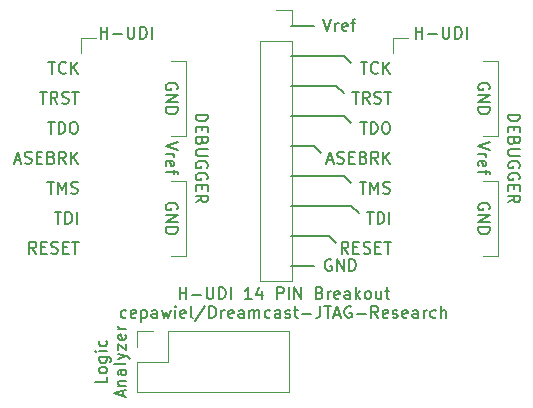
<source format=gto>
%TF.GenerationSoftware,KiCad,Pcbnew,(6.0.8)*%
%TF.CreationDate,2022-10-22T10:51:26-05:00*%
%TF.ProjectId,jtag_sniff_pcb,6a746167-5f73-46e6-9966-665f7063622e,rev?*%
%TF.SameCoordinates,Original*%
%TF.FileFunction,Legend,Top*%
%TF.FilePolarity,Positive*%
%FSLAX46Y46*%
G04 Gerber Fmt 4.6, Leading zero omitted, Abs format (unit mm)*
G04 Created by KiCad (PCBNEW (6.0.8)) date 2022-10-22 10:51:26*
%MOMM*%
%LPD*%
G01*
G04 APERTURE LIST*
%ADD10C,0.150000*%
%ADD11C,0.120000*%
%ADD12R,1.700000X1.700000*%
%ADD13O,1.700000X1.700000*%
%ADD14C,3.000000*%
G04 APERTURE END LIST*
D10*
X119027380Y-99559904D02*
X119027380Y-100036095D01*
X118027380Y-100036095D01*
X119027380Y-99083714D02*
X118979761Y-99178952D01*
X118932142Y-99226571D01*
X118836904Y-99274190D01*
X118551190Y-99274190D01*
X118455952Y-99226571D01*
X118408333Y-99178952D01*
X118360714Y-99083714D01*
X118360714Y-98940857D01*
X118408333Y-98845619D01*
X118455952Y-98798000D01*
X118551190Y-98750380D01*
X118836904Y-98750380D01*
X118932142Y-98798000D01*
X118979761Y-98845619D01*
X119027380Y-98940857D01*
X119027380Y-99083714D01*
X118360714Y-97893238D02*
X119170238Y-97893238D01*
X119265476Y-97940857D01*
X119313095Y-97988476D01*
X119360714Y-98083714D01*
X119360714Y-98226571D01*
X119313095Y-98321809D01*
X118979761Y-97893238D02*
X119027380Y-97988476D01*
X119027380Y-98178952D01*
X118979761Y-98274190D01*
X118932142Y-98321809D01*
X118836904Y-98369428D01*
X118551190Y-98369428D01*
X118455952Y-98321809D01*
X118408333Y-98274190D01*
X118360714Y-98178952D01*
X118360714Y-97988476D01*
X118408333Y-97893238D01*
X119027380Y-97417047D02*
X118360714Y-97417047D01*
X118027380Y-97417047D02*
X118075000Y-97464666D01*
X118122619Y-97417047D01*
X118075000Y-97369428D01*
X118027380Y-97417047D01*
X118122619Y-97417047D01*
X118979761Y-96512285D02*
X119027380Y-96607523D01*
X119027380Y-96798000D01*
X118979761Y-96893238D01*
X118932142Y-96940857D01*
X118836904Y-96988476D01*
X118551190Y-96988476D01*
X118455952Y-96940857D01*
X118408333Y-96893238D01*
X118360714Y-96798000D01*
X118360714Y-96607523D01*
X118408333Y-96512285D01*
X120351666Y-101226571D02*
X120351666Y-100750380D01*
X120637380Y-101321809D02*
X119637380Y-100988476D01*
X120637380Y-100655142D01*
X119970714Y-100321809D02*
X120637380Y-100321809D01*
X120065952Y-100321809D02*
X120018333Y-100274190D01*
X119970714Y-100178952D01*
X119970714Y-100036095D01*
X120018333Y-99940857D01*
X120113571Y-99893238D01*
X120637380Y-99893238D01*
X120637380Y-98988476D02*
X120113571Y-98988476D01*
X120018333Y-99036095D01*
X119970714Y-99131333D01*
X119970714Y-99321809D01*
X120018333Y-99417047D01*
X120589761Y-98988476D02*
X120637380Y-99083714D01*
X120637380Y-99321809D01*
X120589761Y-99417047D01*
X120494523Y-99464666D01*
X120399285Y-99464666D01*
X120304047Y-99417047D01*
X120256428Y-99321809D01*
X120256428Y-99083714D01*
X120208809Y-98988476D01*
X120637380Y-98369428D02*
X120589761Y-98464666D01*
X120494523Y-98512285D01*
X119637380Y-98512285D01*
X119970714Y-98083714D02*
X120637380Y-97845619D01*
X119970714Y-97607523D02*
X120637380Y-97845619D01*
X120875476Y-97940857D01*
X120923095Y-97988476D01*
X120970714Y-98083714D01*
X119970714Y-97321809D02*
X119970714Y-96798000D01*
X120637380Y-97321809D01*
X120637380Y-96798000D01*
X120589761Y-96036095D02*
X120637380Y-96131333D01*
X120637380Y-96321809D01*
X120589761Y-96417047D01*
X120494523Y-96464666D01*
X120113571Y-96464666D01*
X120018333Y-96417047D01*
X119970714Y-96321809D01*
X119970714Y-96131333D01*
X120018333Y-96036095D01*
X120113571Y-95988476D01*
X120208809Y-95988476D01*
X120304047Y-96464666D01*
X120637380Y-95559904D02*
X119970714Y-95559904D01*
X120161190Y-95559904D02*
X120065952Y-95512285D01*
X120018333Y-95464666D01*
X119970714Y-95369428D01*
X119970714Y-95274190D01*
X145153333Y-70937380D02*
X145153333Y-69937380D01*
X145153333Y-70413571D02*
X145724761Y-70413571D01*
X145724761Y-70937380D02*
X145724761Y-69937380D01*
X146200952Y-70556428D02*
X146962857Y-70556428D01*
X147439047Y-69937380D02*
X147439047Y-70746904D01*
X147486666Y-70842142D01*
X147534285Y-70889761D01*
X147629523Y-70937380D01*
X147820000Y-70937380D01*
X147915238Y-70889761D01*
X147962857Y-70842142D01*
X148010476Y-70746904D01*
X148010476Y-69937380D01*
X148486666Y-70937380D02*
X148486666Y-69937380D01*
X148724761Y-69937380D01*
X148867619Y-69985000D01*
X148962857Y-70080238D01*
X149010476Y-70175476D01*
X149058095Y-70365952D01*
X149058095Y-70508809D01*
X149010476Y-70699285D01*
X148962857Y-70794523D01*
X148867619Y-70889761D01*
X148724761Y-70937380D01*
X148486666Y-70937380D01*
X149486666Y-70937380D02*
X149486666Y-69937380D01*
X118483333Y-70937380D02*
X118483333Y-69937380D01*
X118483333Y-70413571D02*
X119054761Y-70413571D01*
X119054761Y-70937380D02*
X119054761Y-69937380D01*
X119530952Y-70556428D02*
X120292857Y-70556428D01*
X120769047Y-69937380D02*
X120769047Y-70746904D01*
X120816666Y-70842142D01*
X120864285Y-70889761D01*
X120959523Y-70937380D01*
X121150000Y-70937380D01*
X121245238Y-70889761D01*
X121292857Y-70842142D01*
X121340476Y-70746904D01*
X121340476Y-69937380D01*
X121816666Y-70937380D02*
X121816666Y-69937380D01*
X122054761Y-69937380D01*
X122197619Y-69985000D01*
X122292857Y-70080238D01*
X122340476Y-70175476D01*
X122388095Y-70365952D01*
X122388095Y-70508809D01*
X122340476Y-70699285D01*
X122292857Y-70794523D01*
X122197619Y-70889761D01*
X122054761Y-70937380D01*
X121816666Y-70937380D01*
X122816666Y-70937380D02*
X122816666Y-69937380D01*
X125175476Y-92992380D02*
X125175476Y-91992380D01*
X125175476Y-92468571D02*
X125746904Y-92468571D01*
X125746904Y-92992380D02*
X125746904Y-91992380D01*
X126223095Y-92611428D02*
X126985000Y-92611428D01*
X127461190Y-91992380D02*
X127461190Y-92801904D01*
X127508809Y-92897142D01*
X127556428Y-92944761D01*
X127651666Y-92992380D01*
X127842142Y-92992380D01*
X127937380Y-92944761D01*
X127985000Y-92897142D01*
X128032619Y-92801904D01*
X128032619Y-91992380D01*
X128508809Y-92992380D02*
X128508809Y-91992380D01*
X128746904Y-91992380D01*
X128889761Y-92040000D01*
X128985000Y-92135238D01*
X129032619Y-92230476D01*
X129080238Y-92420952D01*
X129080238Y-92563809D01*
X129032619Y-92754285D01*
X128985000Y-92849523D01*
X128889761Y-92944761D01*
X128746904Y-92992380D01*
X128508809Y-92992380D01*
X129508809Y-92992380D02*
X129508809Y-91992380D01*
X131270714Y-92992380D02*
X130699285Y-92992380D01*
X130985000Y-92992380D02*
X130985000Y-91992380D01*
X130889761Y-92135238D01*
X130794523Y-92230476D01*
X130699285Y-92278095D01*
X132127857Y-92325714D02*
X132127857Y-92992380D01*
X131889761Y-91944761D02*
X131651666Y-92659047D01*
X132270714Y-92659047D01*
X133413571Y-92992380D02*
X133413571Y-91992380D01*
X133794523Y-91992380D01*
X133889761Y-92040000D01*
X133937380Y-92087619D01*
X133985000Y-92182857D01*
X133985000Y-92325714D01*
X133937380Y-92420952D01*
X133889761Y-92468571D01*
X133794523Y-92516190D01*
X133413571Y-92516190D01*
X134413571Y-92992380D02*
X134413571Y-91992380D01*
X134889761Y-92992380D02*
X134889761Y-91992380D01*
X135461190Y-92992380D01*
X135461190Y-91992380D01*
X137032619Y-92468571D02*
X137175476Y-92516190D01*
X137223095Y-92563809D01*
X137270714Y-92659047D01*
X137270714Y-92801904D01*
X137223095Y-92897142D01*
X137175476Y-92944761D01*
X137080238Y-92992380D01*
X136699285Y-92992380D01*
X136699285Y-91992380D01*
X137032619Y-91992380D01*
X137127857Y-92040000D01*
X137175476Y-92087619D01*
X137223095Y-92182857D01*
X137223095Y-92278095D01*
X137175476Y-92373333D01*
X137127857Y-92420952D01*
X137032619Y-92468571D01*
X136699285Y-92468571D01*
X137699285Y-92992380D02*
X137699285Y-92325714D01*
X137699285Y-92516190D02*
X137746904Y-92420952D01*
X137794523Y-92373333D01*
X137889761Y-92325714D01*
X137985000Y-92325714D01*
X138699285Y-92944761D02*
X138604047Y-92992380D01*
X138413571Y-92992380D01*
X138318333Y-92944761D01*
X138270714Y-92849523D01*
X138270714Y-92468571D01*
X138318333Y-92373333D01*
X138413571Y-92325714D01*
X138604047Y-92325714D01*
X138699285Y-92373333D01*
X138746904Y-92468571D01*
X138746904Y-92563809D01*
X138270714Y-92659047D01*
X139604047Y-92992380D02*
X139604047Y-92468571D01*
X139556428Y-92373333D01*
X139461190Y-92325714D01*
X139270714Y-92325714D01*
X139175476Y-92373333D01*
X139604047Y-92944761D02*
X139508809Y-92992380D01*
X139270714Y-92992380D01*
X139175476Y-92944761D01*
X139127857Y-92849523D01*
X139127857Y-92754285D01*
X139175476Y-92659047D01*
X139270714Y-92611428D01*
X139508809Y-92611428D01*
X139604047Y-92563809D01*
X140080238Y-92992380D02*
X140080238Y-91992380D01*
X140175476Y-92611428D02*
X140461190Y-92992380D01*
X140461190Y-92325714D02*
X140080238Y-92706666D01*
X141032619Y-92992380D02*
X140937380Y-92944761D01*
X140889761Y-92897142D01*
X140842142Y-92801904D01*
X140842142Y-92516190D01*
X140889761Y-92420952D01*
X140937380Y-92373333D01*
X141032619Y-92325714D01*
X141175476Y-92325714D01*
X141270714Y-92373333D01*
X141318333Y-92420952D01*
X141365952Y-92516190D01*
X141365952Y-92801904D01*
X141318333Y-92897142D01*
X141270714Y-92944761D01*
X141175476Y-92992380D01*
X141032619Y-92992380D01*
X142223095Y-92325714D02*
X142223095Y-92992380D01*
X141794523Y-92325714D02*
X141794523Y-92849523D01*
X141842142Y-92944761D01*
X141937380Y-92992380D01*
X142080238Y-92992380D01*
X142175476Y-92944761D01*
X142223095Y-92897142D01*
X142556428Y-92325714D02*
X142937380Y-92325714D01*
X142699285Y-91992380D02*
X142699285Y-92849523D01*
X142746904Y-92944761D01*
X142842142Y-92992380D01*
X142937380Y-92992380D01*
X120651666Y-94554761D02*
X120556428Y-94602380D01*
X120365952Y-94602380D01*
X120270714Y-94554761D01*
X120223095Y-94507142D01*
X120175476Y-94411904D01*
X120175476Y-94126190D01*
X120223095Y-94030952D01*
X120270714Y-93983333D01*
X120365952Y-93935714D01*
X120556428Y-93935714D01*
X120651666Y-93983333D01*
X121461190Y-94554761D02*
X121365952Y-94602380D01*
X121175476Y-94602380D01*
X121080238Y-94554761D01*
X121032619Y-94459523D01*
X121032619Y-94078571D01*
X121080238Y-93983333D01*
X121175476Y-93935714D01*
X121365952Y-93935714D01*
X121461190Y-93983333D01*
X121508809Y-94078571D01*
X121508809Y-94173809D01*
X121032619Y-94269047D01*
X121937380Y-93935714D02*
X121937380Y-94935714D01*
X121937380Y-93983333D02*
X122032619Y-93935714D01*
X122223095Y-93935714D01*
X122318333Y-93983333D01*
X122365952Y-94030952D01*
X122413571Y-94126190D01*
X122413571Y-94411904D01*
X122365952Y-94507142D01*
X122318333Y-94554761D01*
X122223095Y-94602380D01*
X122032619Y-94602380D01*
X121937380Y-94554761D01*
X123270714Y-94602380D02*
X123270714Y-94078571D01*
X123223095Y-93983333D01*
X123127857Y-93935714D01*
X122937380Y-93935714D01*
X122842142Y-93983333D01*
X123270714Y-94554761D02*
X123175476Y-94602380D01*
X122937380Y-94602380D01*
X122842142Y-94554761D01*
X122794523Y-94459523D01*
X122794523Y-94364285D01*
X122842142Y-94269047D01*
X122937380Y-94221428D01*
X123175476Y-94221428D01*
X123270714Y-94173809D01*
X123651666Y-93935714D02*
X123842142Y-94602380D01*
X124032619Y-94126190D01*
X124223095Y-94602380D01*
X124413571Y-93935714D01*
X124794523Y-94602380D02*
X124794523Y-93935714D01*
X124794523Y-93602380D02*
X124746904Y-93650000D01*
X124794523Y-93697619D01*
X124842142Y-93650000D01*
X124794523Y-93602380D01*
X124794523Y-93697619D01*
X125651666Y-94554761D02*
X125556428Y-94602380D01*
X125365952Y-94602380D01*
X125270714Y-94554761D01*
X125223095Y-94459523D01*
X125223095Y-94078571D01*
X125270714Y-93983333D01*
X125365952Y-93935714D01*
X125556428Y-93935714D01*
X125651666Y-93983333D01*
X125699285Y-94078571D01*
X125699285Y-94173809D01*
X125223095Y-94269047D01*
X126270714Y-94602380D02*
X126175476Y-94554761D01*
X126127857Y-94459523D01*
X126127857Y-93602380D01*
X127365952Y-93554761D02*
X126508809Y-94840476D01*
X127699285Y-94602380D02*
X127699285Y-93602380D01*
X127937380Y-93602380D01*
X128080238Y-93650000D01*
X128175476Y-93745238D01*
X128223095Y-93840476D01*
X128270714Y-94030952D01*
X128270714Y-94173809D01*
X128223095Y-94364285D01*
X128175476Y-94459523D01*
X128080238Y-94554761D01*
X127937380Y-94602380D01*
X127699285Y-94602380D01*
X128699285Y-94602380D02*
X128699285Y-93935714D01*
X128699285Y-94126190D02*
X128746904Y-94030952D01*
X128794523Y-93983333D01*
X128889761Y-93935714D01*
X128985000Y-93935714D01*
X129699285Y-94554761D02*
X129604047Y-94602380D01*
X129413571Y-94602380D01*
X129318333Y-94554761D01*
X129270714Y-94459523D01*
X129270714Y-94078571D01*
X129318333Y-93983333D01*
X129413571Y-93935714D01*
X129604047Y-93935714D01*
X129699285Y-93983333D01*
X129746904Y-94078571D01*
X129746904Y-94173809D01*
X129270714Y-94269047D01*
X130604047Y-94602380D02*
X130604047Y-94078571D01*
X130556428Y-93983333D01*
X130461190Y-93935714D01*
X130270714Y-93935714D01*
X130175476Y-93983333D01*
X130604047Y-94554761D02*
X130508809Y-94602380D01*
X130270714Y-94602380D01*
X130175476Y-94554761D01*
X130127857Y-94459523D01*
X130127857Y-94364285D01*
X130175476Y-94269047D01*
X130270714Y-94221428D01*
X130508809Y-94221428D01*
X130604047Y-94173809D01*
X131080238Y-94602380D02*
X131080238Y-93935714D01*
X131080238Y-94030952D02*
X131127857Y-93983333D01*
X131223095Y-93935714D01*
X131365952Y-93935714D01*
X131461190Y-93983333D01*
X131508809Y-94078571D01*
X131508809Y-94602380D01*
X131508809Y-94078571D02*
X131556428Y-93983333D01*
X131651666Y-93935714D01*
X131794523Y-93935714D01*
X131889761Y-93983333D01*
X131937380Y-94078571D01*
X131937380Y-94602380D01*
X132842142Y-94554761D02*
X132746904Y-94602380D01*
X132556428Y-94602380D01*
X132461190Y-94554761D01*
X132413571Y-94507142D01*
X132365952Y-94411904D01*
X132365952Y-94126190D01*
X132413571Y-94030952D01*
X132461190Y-93983333D01*
X132556428Y-93935714D01*
X132746904Y-93935714D01*
X132842142Y-93983333D01*
X133699285Y-94602380D02*
X133699285Y-94078571D01*
X133651666Y-93983333D01*
X133556428Y-93935714D01*
X133365952Y-93935714D01*
X133270714Y-93983333D01*
X133699285Y-94554761D02*
X133604047Y-94602380D01*
X133365952Y-94602380D01*
X133270714Y-94554761D01*
X133223095Y-94459523D01*
X133223095Y-94364285D01*
X133270714Y-94269047D01*
X133365952Y-94221428D01*
X133604047Y-94221428D01*
X133699285Y-94173809D01*
X134127857Y-94554761D02*
X134223095Y-94602380D01*
X134413571Y-94602380D01*
X134508809Y-94554761D01*
X134556428Y-94459523D01*
X134556428Y-94411904D01*
X134508809Y-94316666D01*
X134413571Y-94269047D01*
X134270714Y-94269047D01*
X134175476Y-94221428D01*
X134127857Y-94126190D01*
X134127857Y-94078571D01*
X134175476Y-93983333D01*
X134270714Y-93935714D01*
X134413571Y-93935714D01*
X134508809Y-93983333D01*
X134842142Y-93935714D02*
X135223095Y-93935714D01*
X134985000Y-93602380D02*
X134985000Y-94459523D01*
X135032619Y-94554761D01*
X135127857Y-94602380D01*
X135223095Y-94602380D01*
X135556428Y-94221428D02*
X136318333Y-94221428D01*
X137080238Y-93602380D02*
X137080238Y-94316666D01*
X137032619Y-94459523D01*
X136937380Y-94554761D01*
X136794523Y-94602380D01*
X136699285Y-94602380D01*
X137413571Y-93602380D02*
X137985000Y-93602380D01*
X137699285Y-94602380D02*
X137699285Y-93602380D01*
X138270714Y-94316666D02*
X138746904Y-94316666D01*
X138175476Y-94602380D02*
X138508809Y-93602380D01*
X138842142Y-94602380D01*
X139699285Y-93650000D02*
X139604047Y-93602380D01*
X139461190Y-93602380D01*
X139318333Y-93650000D01*
X139223095Y-93745238D01*
X139175476Y-93840476D01*
X139127857Y-94030952D01*
X139127857Y-94173809D01*
X139175476Y-94364285D01*
X139223095Y-94459523D01*
X139318333Y-94554761D01*
X139461190Y-94602380D01*
X139556428Y-94602380D01*
X139699285Y-94554761D01*
X139746904Y-94507142D01*
X139746904Y-94173809D01*
X139556428Y-94173809D01*
X140175476Y-94221428D02*
X140937380Y-94221428D01*
X141985000Y-94602380D02*
X141651666Y-94126190D01*
X141413571Y-94602380D02*
X141413571Y-93602380D01*
X141794523Y-93602380D01*
X141889761Y-93650000D01*
X141937380Y-93697619D01*
X141985000Y-93792857D01*
X141985000Y-93935714D01*
X141937380Y-94030952D01*
X141889761Y-94078571D01*
X141794523Y-94126190D01*
X141413571Y-94126190D01*
X142794523Y-94554761D02*
X142699285Y-94602380D01*
X142508809Y-94602380D01*
X142413571Y-94554761D01*
X142365952Y-94459523D01*
X142365952Y-94078571D01*
X142413571Y-93983333D01*
X142508809Y-93935714D01*
X142699285Y-93935714D01*
X142794523Y-93983333D01*
X142842142Y-94078571D01*
X142842142Y-94173809D01*
X142365952Y-94269047D01*
X143223095Y-94554761D02*
X143318333Y-94602380D01*
X143508809Y-94602380D01*
X143604047Y-94554761D01*
X143651666Y-94459523D01*
X143651666Y-94411904D01*
X143604047Y-94316666D01*
X143508809Y-94269047D01*
X143365952Y-94269047D01*
X143270714Y-94221428D01*
X143223095Y-94126190D01*
X143223095Y-94078571D01*
X143270714Y-93983333D01*
X143365952Y-93935714D01*
X143508809Y-93935714D01*
X143604047Y-93983333D01*
X144461190Y-94554761D02*
X144365952Y-94602380D01*
X144175476Y-94602380D01*
X144080238Y-94554761D01*
X144032619Y-94459523D01*
X144032619Y-94078571D01*
X144080238Y-93983333D01*
X144175476Y-93935714D01*
X144365952Y-93935714D01*
X144461190Y-93983333D01*
X144508809Y-94078571D01*
X144508809Y-94173809D01*
X144032619Y-94269047D01*
X145365952Y-94602380D02*
X145365952Y-94078571D01*
X145318333Y-93983333D01*
X145223095Y-93935714D01*
X145032619Y-93935714D01*
X144937380Y-93983333D01*
X145365952Y-94554761D02*
X145270714Y-94602380D01*
X145032619Y-94602380D01*
X144937380Y-94554761D01*
X144889761Y-94459523D01*
X144889761Y-94364285D01*
X144937380Y-94269047D01*
X145032619Y-94221428D01*
X145270714Y-94221428D01*
X145365952Y-94173809D01*
X145842142Y-94602380D02*
X145842142Y-93935714D01*
X145842142Y-94126190D02*
X145889761Y-94030952D01*
X145937380Y-93983333D01*
X146032619Y-93935714D01*
X146127857Y-93935714D01*
X146889761Y-94554761D02*
X146794523Y-94602380D01*
X146604047Y-94602380D01*
X146508809Y-94554761D01*
X146461190Y-94507142D01*
X146413571Y-94411904D01*
X146413571Y-94126190D01*
X146461190Y-94030952D01*
X146508809Y-93983333D01*
X146604047Y-93935714D01*
X146794523Y-93935714D01*
X146889761Y-93983333D01*
X147318333Y-94602380D02*
X147318333Y-93602380D01*
X147746904Y-94602380D02*
X147746904Y-94078571D01*
X147699285Y-93983333D01*
X147604047Y-93935714D01*
X147461190Y-93935714D01*
X147365952Y-93983333D01*
X147318333Y-94030952D01*
X136525000Y-69850000D02*
X134620000Y-69850000D01*
X137352738Y-69302380D02*
X137686071Y-70302380D01*
X138019404Y-69302380D01*
X138352738Y-70302380D02*
X138352738Y-69635714D01*
X138352738Y-69826190D02*
X138400357Y-69730952D01*
X138447976Y-69683333D01*
X138543214Y-69635714D01*
X138638452Y-69635714D01*
X139352738Y-70254761D02*
X139257500Y-70302380D01*
X139067023Y-70302380D01*
X138971785Y-70254761D01*
X138924166Y-70159523D01*
X138924166Y-69778571D01*
X138971785Y-69683333D01*
X139067023Y-69635714D01*
X139257500Y-69635714D01*
X139352738Y-69683333D01*
X139400357Y-69778571D01*
X139400357Y-69873809D01*
X138924166Y-69969047D01*
X139686071Y-69635714D02*
X140067023Y-69635714D01*
X139828928Y-70302380D02*
X139828928Y-69445238D01*
X139876547Y-69350000D01*
X139971785Y-69302380D01*
X140067023Y-69302380D01*
X134620000Y-90170000D02*
X136525000Y-90170000D01*
X138019404Y-89670000D02*
X137924166Y-89622380D01*
X137781309Y-89622380D01*
X137638452Y-89670000D01*
X137543214Y-89765238D01*
X137495595Y-89860476D01*
X137447976Y-90050952D01*
X137447976Y-90193809D01*
X137495595Y-90384285D01*
X137543214Y-90479523D01*
X137638452Y-90574761D01*
X137781309Y-90622380D01*
X137876547Y-90622380D01*
X138019404Y-90574761D01*
X138067023Y-90527142D01*
X138067023Y-90193809D01*
X137876547Y-90193809D01*
X138495595Y-90622380D02*
X138495595Y-89622380D01*
X139067023Y-90622380D01*
X139067023Y-89622380D01*
X139543214Y-90622380D02*
X139543214Y-89622380D01*
X139781309Y-89622380D01*
X139924166Y-89670000D01*
X140019404Y-89765238D01*
X140067023Y-89860476D01*
X140114642Y-90050952D01*
X140114642Y-90193809D01*
X140067023Y-90384285D01*
X140019404Y-90479523D01*
X139924166Y-90574761D01*
X139781309Y-90622380D01*
X139543214Y-90622380D01*
X137795000Y-87630000D02*
X138430000Y-88265000D01*
X134620000Y-87630000D02*
X137795000Y-87630000D01*
X139700000Y-85090000D02*
X140335000Y-85725000D01*
X139065000Y-85090000D02*
X139700000Y-85090000D01*
X134620000Y-85090000D02*
X139065000Y-85090000D01*
X139065000Y-72390000D02*
X139700000Y-73025000D01*
X138430000Y-74930000D02*
X139065000Y-75565000D01*
X139065000Y-77470000D02*
X139700000Y-78105000D01*
X139065000Y-82550000D02*
X139700000Y-83185000D01*
X134620000Y-82550000D02*
X139065000Y-82550000D01*
X136525000Y-80010000D02*
X137160000Y-80645000D01*
X134620000Y-80010000D02*
X136525000Y-80010000D01*
X134620000Y-77470000D02*
X139065000Y-77470000D01*
X134620000Y-74930000D02*
X138430000Y-74930000D01*
X134620000Y-72390000D02*
X139065000Y-72390000D01*
%TO.C,J2*%
X151443619Y-79724857D02*
X150443619Y-80058190D01*
X151443619Y-80391523D01*
X150443619Y-80724857D02*
X151110285Y-80724857D01*
X150919809Y-80724857D02*
X151015047Y-80772476D01*
X151062666Y-80820095D01*
X151110285Y-80915333D01*
X151110285Y-81010571D01*
X150491238Y-81724857D02*
X150443619Y-81629619D01*
X150443619Y-81439142D01*
X150491238Y-81343904D01*
X150586476Y-81296285D01*
X150967428Y-81296285D01*
X151062666Y-81343904D01*
X151110285Y-81439142D01*
X151110285Y-81629619D01*
X151062666Y-81724857D01*
X150967428Y-81772476D01*
X150872190Y-81772476D01*
X150776952Y-81296285D01*
X151110285Y-82058190D02*
X151110285Y-82439142D01*
X150443619Y-82201047D02*
X151300761Y-82201047D01*
X151396000Y-82248666D01*
X151443619Y-82343904D01*
X151443619Y-82439142D01*
X140511833Y-72914380D02*
X141083261Y-72914380D01*
X140797547Y-73914380D02*
X140797547Y-72914380D01*
X141988023Y-73819142D02*
X141940404Y-73866761D01*
X141797547Y-73914380D01*
X141702309Y-73914380D01*
X141559452Y-73866761D01*
X141464214Y-73771523D01*
X141416595Y-73676285D01*
X141368976Y-73485809D01*
X141368976Y-73342952D01*
X141416595Y-73152476D01*
X141464214Y-73057238D01*
X141559452Y-72962000D01*
X141702309Y-72914380D01*
X141797547Y-72914380D01*
X141940404Y-72962000D01*
X141988023Y-73009619D01*
X142416595Y-73914380D02*
X142416595Y-72914380D01*
X142988023Y-73914380D02*
X142559452Y-73342952D01*
X142988023Y-72914380D02*
X142416595Y-73485809D01*
X140416595Y-83074380D02*
X140988023Y-83074380D01*
X140702309Y-84074380D02*
X140702309Y-83074380D01*
X141321357Y-84074380D02*
X141321357Y-83074380D01*
X141654690Y-83788666D01*
X141988023Y-83074380D01*
X141988023Y-84074380D01*
X142416595Y-84026761D02*
X142559452Y-84074380D01*
X142797547Y-84074380D01*
X142892785Y-84026761D01*
X142940404Y-83979142D01*
X142988023Y-83883904D01*
X142988023Y-83788666D01*
X142940404Y-83693428D01*
X142892785Y-83645809D01*
X142797547Y-83598190D01*
X142607071Y-83550571D01*
X142511833Y-83502952D01*
X142464214Y-83455333D01*
X142416595Y-83360095D01*
X142416595Y-83264857D01*
X142464214Y-83169619D01*
X142511833Y-83122000D01*
X142607071Y-83074380D01*
X142845166Y-83074380D01*
X142988023Y-83122000D01*
X140464214Y-77994380D02*
X141035642Y-77994380D01*
X140749928Y-78994380D02*
X140749928Y-77994380D01*
X141368976Y-78994380D02*
X141368976Y-77994380D01*
X141607071Y-77994380D01*
X141749928Y-78042000D01*
X141845166Y-78137238D01*
X141892785Y-78232476D01*
X141940404Y-78422952D01*
X141940404Y-78565809D01*
X141892785Y-78756285D01*
X141845166Y-78851523D01*
X141749928Y-78946761D01*
X141607071Y-78994380D01*
X141368976Y-78994380D01*
X142559452Y-77994380D02*
X142749928Y-77994380D01*
X142845166Y-78042000D01*
X142940404Y-78137238D01*
X142988023Y-78327714D01*
X142988023Y-78661047D01*
X142940404Y-78851523D01*
X142845166Y-78946761D01*
X142749928Y-78994380D01*
X142559452Y-78994380D01*
X142464214Y-78946761D01*
X142368976Y-78851523D01*
X142321357Y-78661047D01*
X142321357Y-78327714D01*
X142368976Y-78137238D01*
X142464214Y-78042000D01*
X142559452Y-77994380D01*
X139797547Y-75454380D02*
X140368976Y-75454380D01*
X140083261Y-76454380D02*
X140083261Y-75454380D01*
X141273738Y-76454380D02*
X140940404Y-75978190D01*
X140702309Y-76454380D02*
X140702309Y-75454380D01*
X141083261Y-75454380D01*
X141178500Y-75502000D01*
X141226119Y-75549619D01*
X141273738Y-75644857D01*
X141273738Y-75787714D01*
X141226119Y-75882952D01*
X141178500Y-75930571D01*
X141083261Y-75978190D01*
X140702309Y-75978190D01*
X141654690Y-76406761D02*
X141797547Y-76454380D01*
X142035642Y-76454380D01*
X142130880Y-76406761D01*
X142178500Y-76359142D01*
X142226119Y-76263904D01*
X142226119Y-76168666D01*
X142178500Y-76073428D01*
X142130880Y-76025809D01*
X142035642Y-75978190D01*
X141845166Y-75930571D01*
X141749928Y-75882952D01*
X141702309Y-75835333D01*
X141654690Y-75740095D01*
X141654690Y-75644857D01*
X141702309Y-75549619D01*
X141749928Y-75502000D01*
X141845166Y-75454380D01*
X142083261Y-75454380D01*
X142226119Y-75502000D01*
X142511833Y-75454380D02*
X143083261Y-75454380D01*
X142797547Y-76454380D02*
X142797547Y-75454380D01*
X151396000Y-85400095D02*
X151443619Y-85304857D01*
X151443619Y-85162000D01*
X151396000Y-85019142D01*
X151300761Y-84923904D01*
X151205523Y-84876285D01*
X151015047Y-84828666D01*
X150872190Y-84828666D01*
X150681714Y-84876285D01*
X150586476Y-84923904D01*
X150491238Y-85019142D01*
X150443619Y-85162000D01*
X150443619Y-85257238D01*
X150491238Y-85400095D01*
X150538857Y-85447714D01*
X150872190Y-85447714D01*
X150872190Y-85257238D01*
X150443619Y-85876285D02*
X151443619Y-85876285D01*
X150443619Y-86447714D01*
X151443619Y-86447714D01*
X150443619Y-86923904D02*
X151443619Y-86923904D01*
X151443619Y-87162000D01*
X151396000Y-87304857D01*
X151300761Y-87400095D01*
X151205523Y-87447714D01*
X151015047Y-87495333D01*
X150872190Y-87495333D01*
X150681714Y-87447714D01*
X150586476Y-87400095D01*
X150491238Y-87304857D01*
X150443619Y-87162000D01*
X150443619Y-86923904D01*
X141035642Y-85614380D02*
X141607071Y-85614380D01*
X141321357Y-86614380D02*
X141321357Y-85614380D01*
X141940404Y-86614380D02*
X141940404Y-85614380D01*
X142178500Y-85614380D01*
X142321357Y-85662000D01*
X142416595Y-85757238D01*
X142464214Y-85852476D01*
X142511833Y-86042952D01*
X142511833Y-86185809D01*
X142464214Y-86376285D01*
X142416595Y-86471523D01*
X142321357Y-86566761D01*
X142178500Y-86614380D01*
X141940404Y-86614380D01*
X142940404Y-86614380D02*
X142940404Y-85614380D01*
X152983619Y-77391523D02*
X153983619Y-77391523D01*
X153983619Y-77629619D01*
X153936000Y-77772476D01*
X153840761Y-77867714D01*
X153745523Y-77915333D01*
X153555047Y-77962952D01*
X153412190Y-77962952D01*
X153221714Y-77915333D01*
X153126476Y-77867714D01*
X153031238Y-77772476D01*
X152983619Y-77629619D01*
X152983619Y-77391523D01*
X153507428Y-78391523D02*
X153507428Y-78724857D01*
X152983619Y-78867714D02*
X152983619Y-78391523D01*
X153983619Y-78391523D01*
X153983619Y-78867714D01*
X153507428Y-79629619D02*
X153459809Y-79772476D01*
X153412190Y-79820095D01*
X153316952Y-79867714D01*
X153174095Y-79867714D01*
X153078857Y-79820095D01*
X153031238Y-79772476D01*
X152983619Y-79677238D01*
X152983619Y-79296285D01*
X153983619Y-79296285D01*
X153983619Y-79629619D01*
X153936000Y-79724857D01*
X153888380Y-79772476D01*
X153793142Y-79820095D01*
X153697904Y-79820095D01*
X153602666Y-79772476D01*
X153555047Y-79724857D01*
X153507428Y-79629619D01*
X153507428Y-79296285D01*
X153983619Y-80296285D02*
X153174095Y-80296285D01*
X153078857Y-80343904D01*
X153031238Y-80391523D01*
X152983619Y-80486761D01*
X152983619Y-80677238D01*
X153031238Y-80772476D01*
X153078857Y-80820095D01*
X153174095Y-80867714D01*
X153983619Y-80867714D01*
X153936000Y-81867714D02*
X153983619Y-81772476D01*
X153983619Y-81629619D01*
X153936000Y-81486761D01*
X153840761Y-81391523D01*
X153745523Y-81343904D01*
X153555047Y-81296285D01*
X153412190Y-81296285D01*
X153221714Y-81343904D01*
X153126476Y-81391523D01*
X153031238Y-81486761D01*
X152983619Y-81629619D01*
X152983619Y-81724857D01*
X153031238Y-81867714D01*
X153078857Y-81915333D01*
X153412190Y-81915333D01*
X153412190Y-81724857D01*
X153936000Y-82867714D02*
X153983619Y-82772476D01*
X153983619Y-82629619D01*
X153936000Y-82486761D01*
X153840761Y-82391523D01*
X153745523Y-82343904D01*
X153555047Y-82296285D01*
X153412190Y-82296285D01*
X153221714Y-82343904D01*
X153126476Y-82391523D01*
X153031238Y-82486761D01*
X152983619Y-82629619D01*
X152983619Y-82724857D01*
X153031238Y-82867714D01*
X153078857Y-82915333D01*
X153412190Y-82915333D01*
X153412190Y-82724857D01*
X153507428Y-83343904D02*
X153507428Y-83677238D01*
X152983619Y-83820095D02*
X152983619Y-83343904D01*
X153983619Y-83343904D01*
X153983619Y-83820095D01*
X152983619Y-84820095D02*
X153459809Y-84486761D01*
X152983619Y-84248666D02*
X153983619Y-84248666D01*
X153983619Y-84629619D01*
X153936000Y-84724857D01*
X153888380Y-84772476D01*
X153793142Y-84820095D01*
X153650285Y-84820095D01*
X153555047Y-84772476D01*
X153507428Y-84724857D01*
X153459809Y-84629619D01*
X153459809Y-84248666D01*
X151396000Y-75240095D02*
X151443619Y-75144857D01*
X151443619Y-75002000D01*
X151396000Y-74859142D01*
X151300761Y-74763904D01*
X151205523Y-74716285D01*
X151015047Y-74668666D01*
X150872190Y-74668666D01*
X150681714Y-74716285D01*
X150586476Y-74763904D01*
X150491238Y-74859142D01*
X150443619Y-75002000D01*
X150443619Y-75097238D01*
X150491238Y-75240095D01*
X150538857Y-75287714D01*
X150872190Y-75287714D01*
X150872190Y-75097238D01*
X150443619Y-75716285D02*
X151443619Y-75716285D01*
X150443619Y-76287714D01*
X151443619Y-76287714D01*
X150443619Y-76763904D02*
X151443619Y-76763904D01*
X151443619Y-77002000D01*
X151396000Y-77144857D01*
X151300761Y-77240095D01*
X151205523Y-77287714D01*
X151015047Y-77335333D01*
X150872190Y-77335333D01*
X150681714Y-77287714D01*
X150586476Y-77240095D01*
X150491238Y-77144857D01*
X150443619Y-77002000D01*
X150443619Y-76763904D01*
X137654690Y-81248666D02*
X138130880Y-81248666D01*
X137559452Y-81534380D02*
X137892785Y-80534380D01*
X138226119Y-81534380D01*
X138511833Y-81486761D02*
X138654690Y-81534380D01*
X138892785Y-81534380D01*
X138988023Y-81486761D01*
X139035642Y-81439142D01*
X139083261Y-81343904D01*
X139083261Y-81248666D01*
X139035642Y-81153428D01*
X138988023Y-81105809D01*
X138892785Y-81058190D01*
X138702309Y-81010571D01*
X138607071Y-80962952D01*
X138559452Y-80915333D01*
X138511833Y-80820095D01*
X138511833Y-80724857D01*
X138559452Y-80629619D01*
X138607071Y-80582000D01*
X138702309Y-80534380D01*
X138940404Y-80534380D01*
X139083261Y-80582000D01*
X139511833Y-81010571D02*
X139845166Y-81010571D01*
X139988023Y-81534380D02*
X139511833Y-81534380D01*
X139511833Y-80534380D01*
X139988023Y-80534380D01*
X140749928Y-81010571D02*
X140892785Y-81058190D01*
X140940404Y-81105809D01*
X140988023Y-81201047D01*
X140988023Y-81343904D01*
X140940404Y-81439142D01*
X140892785Y-81486761D01*
X140797547Y-81534380D01*
X140416595Y-81534380D01*
X140416595Y-80534380D01*
X140749928Y-80534380D01*
X140845166Y-80582000D01*
X140892785Y-80629619D01*
X140940404Y-80724857D01*
X140940404Y-80820095D01*
X140892785Y-80915333D01*
X140845166Y-80962952D01*
X140749928Y-81010571D01*
X140416595Y-81010571D01*
X141988023Y-81534380D02*
X141654690Y-81058190D01*
X141416595Y-81534380D02*
X141416595Y-80534380D01*
X141797547Y-80534380D01*
X141892785Y-80582000D01*
X141940404Y-80629619D01*
X141988023Y-80724857D01*
X141988023Y-80867714D01*
X141940404Y-80962952D01*
X141892785Y-81010571D01*
X141797547Y-81058190D01*
X141416595Y-81058190D01*
X142416595Y-81534380D02*
X142416595Y-80534380D01*
X142988023Y-81534380D02*
X142559452Y-80962952D01*
X142988023Y-80534380D02*
X142416595Y-81105809D01*
X139464214Y-89154380D02*
X139130880Y-88678190D01*
X138892785Y-89154380D02*
X138892785Y-88154380D01*
X139273738Y-88154380D01*
X139368976Y-88202000D01*
X139416595Y-88249619D01*
X139464214Y-88344857D01*
X139464214Y-88487714D01*
X139416595Y-88582952D01*
X139368976Y-88630571D01*
X139273738Y-88678190D01*
X138892785Y-88678190D01*
X139892785Y-88630571D02*
X140226119Y-88630571D01*
X140368976Y-89154380D02*
X139892785Y-89154380D01*
X139892785Y-88154380D01*
X140368976Y-88154380D01*
X140749928Y-89106761D02*
X140892785Y-89154380D01*
X141130880Y-89154380D01*
X141226119Y-89106761D01*
X141273738Y-89059142D01*
X141321357Y-88963904D01*
X141321357Y-88868666D01*
X141273738Y-88773428D01*
X141226119Y-88725809D01*
X141130880Y-88678190D01*
X140940404Y-88630571D01*
X140845166Y-88582952D01*
X140797547Y-88535333D01*
X140749928Y-88440095D01*
X140749928Y-88344857D01*
X140797547Y-88249619D01*
X140845166Y-88202000D01*
X140940404Y-88154380D01*
X141178500Y-88154380D01*
X141321357Y-88202000D01*
X141749928Y-88630571D02*
X142083261Y-88630571D01*
X142226119Y-89154380D02*
X141749928Y-89154380D01*
X141749928Y-88154380D01*
X142226119Y-88154380D01*
X142511833Y-88154380D02*
X143083261Y-88154380D01*
X142797547Y-89154380D02*
X142797547Y-88154380D01*
%TO.C,J4*%
X113978595Y-83074380D02*
X114550023Y-83074380D01*
X114264309Y-84074380D02*
X114264309Y-83074380D01*
X114883357Y-84074380D02*
X114883357Y-83074380D01*
X115216690Y-83788666D01*
X115550023Y-83074380D01*
X115550023Y-84074380D01*
X115978595Y-84026761D02*
X116121452Y-84074380D01*
X116359547Y-84074380D01*
X116454785Y-84026761D01*
X116502404Y-83979142D01*
X116550023Y-83883904D01*
X116550023Y-83788666D01*
X116502404Y-83693428D01*
X116454785Y-83645809D01*
X116359547Y-83598190D01*
X116169071Y-83550571D01*
X116073833Y-83502952D01*
X116026214Y-83455333D01*
X115978595Y-83360095D01*
X115978595Y-83264857D01*
X116026214Y-83169619D01*
X116073833Y-83122000D01*
X116169071Y-83074380D01*
X116407166Y-83074380D01*
X116550023Y-83122000D01*
X114073833Y-72914380D02*
X114645261Y-72914380D01*
X114359547Y-73914380D02*
X114359547Y-72914380D01*
X115550023Y-73819142D02*
X115502404Y-73866761D01*
X115359547Y-73914380D01*
X115264309Y-73914380D01*
X115121452Y-73866761D01*
X115026214Y-73771523D01*
X114978595Y-73676285D01*
X114930976Y-73485809D01*
X114930976Y-73342952D01*
X114978595Y-73152476D01*
X115026214Y-73057238D01*
X115121452Y-72962000D01*
X115264309Y-72914380D01*
X115359547Y-72914380D01*
X115502404Y-72962000D01*
X115550023Y-73009619D01*
X115978595Y-73914380D02*
X115978595Y-72914380D01*
X116550023Y-73914380D02*
X116121452Y-73342952D01*
X116550023Y-72914380D02*
X115978595Y-73485809D01*
X114026214Y-77994380D02*
X114597642Y-77994380D01*
X114311928Y-78994380D02*
X114311928Y-77994380D01*
X114930976Y-78994380D02*
X114930976Y-77994380D01*
X115169071Y-77994380D01*
X115311928Y-78042000D01*
X115407166Y-78137238D01*
X115454785Y-78232476D01*
X115502404Y-78422952D01*
X115502404Y-78565809D01*
X115454785Y-78756285D01*
X115407166Y-78851523D01*
X115311928Y-78946761D01*
X115169071Y-78994380D01*
X114930976Y-78994380D01*
X116121452Y-77994380D02*
X116311928Y-77994380D01*
X116407166Y-78042000D01*
X116502404Y-78137238D01*
X116550023Y-78327714D01*
X116550023Y-78661047D01*
X116502404Y-78851523D01*
X116407166Y-78946761D01*
X116311928Y-78994380D01*
X116121452Y-78994380D01*
X116026214Y-78946761D01*
X115930976Y-78851523D01*
X115883357Y-78661047D01*
X115883357Y-78327714D01*
X115930976Y-78137238D01*
X116026214Y-78042000D01*
X116121452Y-77994380D01*
X113359547Y-75454380D02*
X113930976Y-75454380D01*
X113645261Y-76454380D02*
X113645261Y-75454380D01*
X114835738Y-76454380D02*
X114502404Y-75978190D01*
X114264309Y-76454380D02*
X114264309Y-75454380D01*
X114645261Y-75454380D01*
X114740500Y-75502000D01*
X114788119Y-75549619D01*
X114835738Y-75644857D01*
X114835738Y-75787714D01*
X114788119Y-75882952D01*
X114740500Y-75930571D01*
X114645261Y-75978190D01*
X114264309Y-75978190D01*
X115216690Y-76406761D02*
X115359547Y-76454380D01*
X115597642Y-76454380D01*
X115692880Y-76406761D01*
X115740500Y-76359142D01*
X115788119Y-76263904D01*
X115788119Y-76168666D01*
X115740500Y-76073428D01*
X115692880Y-76025809D01*
X115597642Y-75978190D01*
X115407166Y-75930571D01*
X115311928Y-75882952D01*
X115264309Y-75835333D01*
X115216690Y-75740095D01*
X115216690Y-75644857D01*
X115264309Y-75549619D01*
X115311928Y-75502000D01*
X115407166Y-75454380D01*
X115645261Y-75454380D01*
X115788119Y-75502000D01*
X116073833Y-75454380D02*
X116645261Y-75454380D01*
X116359547Y-76454380D02*
X116359547Y-75454380D01*
X124958000Y-75240095D02*
X125005619Y-75144857D01*
X125005619Y-75002000D01*
X124958000Y-74859142D01*
X124862761Y-74763904D01*
X124767523Y-74716285D01*
X124577047Y-74668666D01*
X124434190Y-74668666D01*
X124243714Y-74716285D01*
X124148476Y-74763904D01*
X124053238Y-74859142D01*
X124005619Y-75002000D01*
X124005619Y-75097238D01*
X124053238Y-75240095D01*
X124100857Y-75287714D01*
X124434190Y-75287714D01*
X124434190Y-75097238D01*
X124005619Y-75716285D02*
X125005619Y-75716285D01*
X124005619Y-76287714D01*
X125005619Y-76287714D01*
X124005619Y-76763904D02*
X125005619Y-76763904D01*
X125005619Y-77002000D01*
X124958000Y-77144857D01*
X124862761Y-77240095D01*
X124767523Y-77287714D01*
X124577047Y-77335333D01*
X124434190Y-77335333D01*
X124243714Y-77287714D01*
X124148476Y-77240095D01*
X124053238Y-77144857D01*
X124005619Y-77002000D01*
X124005619Y-76763904D01*
X126545619Y-77391523D02*
X127545619Y-77391523D01*
X127545619Y-77629619D01*
X127498000Y-77772476D01*
X127402761Y-77867714D01*
X127307523Y-77915333D01*
X127117047Y-77962952D01*
X126974190Y-77962952D01*
X126783714Y-77915333D01*
X126688476Y-77867714D01*
X126593238Y-77772476D01*
X126545619Y-77629619D01*
X126545619Y-77391523D01*
X127069428Y-78391523D02*
X127069428Y-78724857D01*
X126545619Y-78867714D02*
X126545619Y-78391523D01*
X127545619Y-78391523D01*
X127545619Y-78867714D01*
X127069428Y-79629619D02*
X127021809Y-79772476D01*
X126974190Y-79820095D01*
X126878952Y-79867714D01*
X126736095Y-79867714D01*
X126640857Y-79820095D01*
X126593238Y-79772476D01*
X126545619Y-79677238D01*
X126545619Y-79296285D01*
X127545619Y-79296285D01*
X127545619Y-79629619D01*
X127498000Y-79724857D01*
X127450380Y-79772476D01*
X127355142Y-79820095D01*
X127259904Y-79820095D01*
X127164666Y-79772476D01*
X127117047Y-79724857D01*
X127069428Y-79629619D01*
X127069428Y-79296285D01*
X127545619Y-80296285D02*
X126736095Y-80296285D01*
X126640857Y-80343904D01*
X126593238Y-80391523D01*
X126545619Y-80486761D01*
X126545619Y-80677238D01*
X126593238Y-80772476D01*
X126640857Y-80820095D01*
X126736095Y-80867714D01*
X127545619Y-80867714D01*
X127498000Y-81867714D02*
X127545619Y-81772476D01*
X127545619Y-81629619D01*
X127498000Y-81486761D01*
X127402761Y-81391523D01*
X127307523Y-81343904D01*
X127117047Y-81296285D01*
X126974190Y-81296285D01*
X126783714Y-81343904D01*
X126688476Y-81391523D01*
X126593238Y-81486761D01*
X126545619Y-81629619D01*
X126545619Y-81724857D01*
X126593238Y-81867714D01*
X126640857Y-81915333D01*
X126974190Y-81915333D01*
X126974190Y-81724857D01*
X127498000Y-82867714D02*
X127545619Y-82772476D01*
X127545619Y-82629619D01*
X127498000Y-82486761D01*
X127402761Y-82391523D01*
X127307523Y-82343904D01*
X127117047Y-82296285D01*
X126974190Y-82296285D01*
X126783714Y-82343904D01*
X126688476Y-82391523D01*
X126593238Y-82486761D01*
X126545619Y-82629619D01*
X126545619Y-82724857D01*
X126593238Y-82867714D01*
X126640857Y-82915333D01*
X126974190Y-82915333D01*
X126974190Y-82724857D01*
X127069428Y-83343904D02*
X127069428Y-83677238D01*
X126545619Y-83820095D02*
X126545619Y-83343904D01*
X127545619Y-83343904D01*
X127545619Y-83820095D01*
X126545619Y-84820095D02*
X127021809Y-84486761D01*
X126545619Y-84248666D02*
X127545619Y-84248666D01*
X127545619Y-84629619D01*
X127498000Y-84724857D01*
X127450380Y-84772476D01*
X127355142Y-84820095D01*
X127212285Y-84820095D01*
X127117047Y-84772476D01*
X127069428Y-84724857D01*
X127021809Y-84629619D01*
X127021809Y-84248666D01*
X124958000Y-85400095D02*
X125005619Y-85304857D01*
X125005619Y-85162000D01*
X124958000Y-85019142D01*
X124862761Y-84923904D01*
X124767523Y-84876285D01*
X124577047Y-84828666D01*
X124434190Y-84828666D01*
X124243714Y-84876285D01*
X124148476Y-84923904D01*
X124053238Y-85019142D01*
X124005619Y-85162000D01*
X124005619Y-85257238D01*
X124053238Y-85400095D01*
X124100857Y-85447714D01*
X124434190Y-85447714D01*
X124434190Y-85257238D01*
X124005619Y-85876285D02*
X125005619Y-85876285D01*
X124005619Y-86447714D01*
X125005619Y-86447714D01*
X124005619Y-86923904D02*
X125005619Y-86923904D01*
X125005619Y-87162000D01*
X124958000Y-87304857D01*
X124862761Y-87400095D01*
X124767523Y-87447714D01*
X124577047Y-87495333D01*
X124434190Y-87495333D01*
X124243714Y-87447714D01*
X124148476Y-87400095D01*
X124053238Y-87304857D01*
X124005619Y-87162000D01*
X124005619Y-86923904D01*
X113026214Y-89154380D02*
X112692880Y-88678190D01*
X112454785Y-89154380D02*
X112454785Y-88154380D01*
X112835738Y-88154380D01*
X112930976Y-88202000D01*
X112978595Y-88249619D01*
X113026214Y-88344857D01*
X113026214Y-88487714D01*
X112978595Y-88582952D01*
X112930976Y-88630571D01*
X112835738Y-88678190D01*
X112454785Y-88678190D01*
X113454785Y-88630571D02*
X113788119Y-88630571D01*
X113930976Y-89154380D02*
X113454785Y-89154380D01*
X113454785Y-88154380D01*
X113930976Y-88154380D01*
X114311928Y-89106761D02*
X114454785Y-89154380D01*
X114692880Y-89154380D01*
X114788119Y-89106761D01*
X114835738Y-89059142D01*
X114883357Y-88963904D01*
X114883357Y-88868666D01*
X114835738Y-88773428D01*
X114788119Y-88725809D01*
X114692880Y-88678190D01*
X114502404Y-88630571D01*
X114407166Y-88582952D01*
X114359547Y-88535333D01*
X114311928Y-88440095D01*
X114311928Y-88344857D01*
X114359547Y-88249619D01*
X114407166Y-88202000D01*
X114502404Y-88154380D01*
X114740500Y-88154380D01*
X114883357Y-88202000D01*
X115311928Y-88630571D02*
X115645261Y-88630571D01*
X115788119Y-89154380D02*
X115311928Y-89154380D01*
X115311928Y-88154380D01*
X115788119Y-88154380D01*
X116073833Y-88154380D02*
X116645261Y-88154380D01*
X116359547Y-89154380D02*
X116359547Y-88154380D01*
X125005619Y-79724857D02*
X124005619Y-80058190D01*
X125005619Y-80391523D01*
X124005619Y-80724857D02*
X124672285Y-80724857D01*
X124481809Y-80724857D02*
X124577047Y-80772476D01*
X124624666Y-80820095D01*
X124672285Y-80915333D01*
X124672285Y-81010571D01*
X124053238Y-81724857D02*
X124005619Y-81629619D01*
X124005619Y-81439142D01*
X124053238Y-81343904D01*
X124148476Y-81296285D01*
X124529428Y-81296285D01*
X124624666Y-81343904D01*
X124672285Y-81439142D01*
X124672285Y-81629619D01*
X124624666Y-81724857D01*
X124529428Y-81772476D01*
X124434190Y-81772476D01*
X124338952Y-81296285D01*
X124672285Y-82058190D02*
X124672285Y-82439142D01*
X124005619Y-82201047D02*
X124862761Y-82201047D01*
X124958000Y-82248666D01*
X125005619Y-82343904D01*
X125005619Y-82439142D01*
X111216690Y-81248666D02*
X111692880Y-81248666D01*
X111121452Y-81534380D02*
X111454785Y-80534380D01*
X111788119Y-81534380D01*
X112073833Y-81486761D02*
X112216690Y-81534380D01*
X112454785Y-81534380D01*
X112550023Y-81486761D01*
X112597642Y-81439142D01*
X112645261Y-81343904D01*
X112645261Y-81248666D01*
X112597642Y-81153428D01*
X112550023Y-81105809D01*
X112454785Y-81058190D01*
X112264309Y-81010571D01*
X112169071Y-80962952D01*
X112121452Y-80915333D01*
X112073833Y-80820095D01*
X112073833Y-80724857D01*
X112121452Y-80629619D01*
X112169071Y-80582000D01*
X112264309Y-80534380D01*
X112502404Y-80534380D01*
X112645261Y-80582000D01*
X113073833Y-81010571D02*
X113407166Y-81010571D01*
X113550023Y-81534380D02*
X113073833Y-81534380D01*
X113073833Y-80534380D01*
X113550023Y-80534380D01*
X114311928Y-81010571D02*
X114454785Y-81058190D01*
X114502404Y-81105809D01*
X114550023Y-81201047D01*
X114550023Y-81343904D01*
X114502404Y-81439142D01*
X114454785Y-81486761D01*
X114359547Y-81534380D01*
X113978595Y-81534380D01*
X113978595Y-80534380D01*
X114311928Y-80534380D01*
X114407166Y-80582000D01*
X114454785Y-80629619D01*
X114502404Y-80724857D01*
X114502404Y-80820095D01*
X114454785Y-80915333D01*
X114407166Y-80962952D01*
X114311928Y-81010571D01*
X113978595Y-81010571D01*
X115550023Y-81534380D02*
X115216690Y-81058190D01*
X114978595Y-81534380D02*
X114978595Y-80534380D01*
X115359547Y-80534380D01*
X115454785Y-80582000D01*
X115502404Y-80629619D01*
X115550023Y-80724857D01*
X115550023Y-80867714D01*
X115502404Y-80962952D01*
X115454785Y-81010571D01*
X115359547Y-81058190D01*
X114978595Y-81058190D01*
X115978595Y-81534380D02*
X115978595Y-80534380D01*
X116550023Y-81534380D02*
X116121452Y-80962952D01*
X116550023Y-80534380D02*
X115978595Y-81105809D01*
X114597642Y-85614380D02*
X115169071Y-85614380D01*
X114883357Y-86614380D02*
X114883357Y-85614380D01*
X115502404Y-86614380D02*
X115502404Y-85614380D01*
X115740500Y-85614380D01*
X115883357Y-85662000D01*
X115978595Y-85757238D01*
X116026214Y-85852476D01*
X116073833Y-86042952D01*
X116073833Y-86185809D01*
X116026214Y-86376285D01*
X115978595Y-86471523D01*
X115883357Y-86566761D01*
X115740500Y-86614380D01*
X115502404Y-86614380D01*
X116502404Y-86614380D02*
X116502404Y-85614380D01*
D11*
%TO.C,J3*%
X134680000Y-68530000D02*
X134680000Y-69860000D01*
X132020000Y-71130000D02*
X132020000Y-91510000D01*
X132020000Y-91510000D02*
X134680000Y-91510000D01*
X132020000Y-71130000D02*
X134680000Y-71130000D01*
X134680000Y-71130000D02*
X134680000Y-91510000D01*
X133350000Y-68530000D02*
X134680000Y-68530000D01*
%TO.C,J1*%
X124206000Y-95698000D02*
X134426000Y-95698000D01*
X121606000Y-97028000D02*
X121606000Y-95698000D01*
X121606000Y-100898000D02*
X121606000Y-98298000D01*
X124206000Y-98298000D02*
X124206000Y-95698000D01*
X121606000Y-98298000D02*
X124206000Y-98298000D01*
X121606000Y-95698000D02*
X122936000Y-95698000D01*
X134426000Y-100898000D02*
X134426000Y-95698000D01*
X121606000Y-100898000D02*
X134426000Y-100898000D01*
%TO.C,J2*%
X150896000Y-82987000D02*
X152166000Y-82987000D01*
X152166000Y-79177000D02*
X150896000Y-79177000D01*
X152166000Y-82987000D02*
X152166000Y-89337000D01*
X152166000Y-89337000D02*
X150896000Y-89337000D01*
X144546000Y-70922000D02*
X143276000Y-70922000D01*
X152166000Y-72827000D02*
X152166000Y-79177000D01*
X143276000Y-70922000D02*
X143276000Y-72192000D01*
X150896000Y-72827000D02*
X152166000Y-72827000D01*
%TO.C,J4*%
X118108000Y-70922000D02*
X116838000Y-70922000D01*
X124458000Y-82987000D02*
X125728000Y-82987000D01*
X124458000Y-72827000D02*
X125728000Y-72827000D01*
X125728000Y-72827000D02*
X125728000Y-79177000D01*
X116838000Y-70922000D02*
X116838000Y-72192000D01*
X125728000Y-79177000D02*
X124458000Y-79177000D01*
X125728000Y-89337000D02*
X124458000Y-89337000D01*
X125728000Y-82987000D02*
X125728000Y-89337000D01*
%TD*%
%LPC*%
D12*
%TO.C,J3*%
X133350000Y-69860000D03*
D13*
X133350000Y-72400000D03*
X133350000Y-74940000D03*
X133350000Y-77480000D03*
X133350000Y-80020000D03*
X133350000Y-82560000D03*
X133350000Y-85100000D03*
X133350000Y-87640000D03*
X133350000Y-90180000D03*
%TD*%
D14*
%TO.C,H3*%
X112395000Y-70485000D03*
%TD*%
D12*
%TO.C,J1*%
X122936000Y-97028000D03*
D13*
X122936000Y-99568000D03*
X125476000Y-97028000D03*
X125476000Y-99568000D03*
X128016000Y-97028000D03*
X128016000Y-99568000D03*
X130556000Y-97028000D03*
X130556000Y-99568000D03*
X133096000Y-97028000D03*
X133096000Y-99568000D03*
%TD*%
D14*
%TO.C,H4*%
X152400000Y-70485000D03*
%TD*%
D12*
%TO.C,J2*%
X145816000Y-73462000D03*
D13*
X145816000Y-76002000D03*
X145816000Y-78542000D03*
X145816000Y-81082000D03*
X145816000Y-83622000D03*
X145816000Y-86162000D03*
X145816000Y-88702000D03*
X148356000Y-73462000D03*
X148356000Y-76002000D03*
X148356000Y-78542000D03*
X148356000Y-81082000D03*
X148356000Y-83622000D03*
X148356000Y-86162000D03*
X148356000Y-88702000D03*
%TD*%
D14*
%TO.C,H2*%
X152400000Y-99695000D03*
%TD*%
%TO.C,H1*%
X112395000Y-99695000D03*
%TD*%
D12*
%TO.C,J4*%
X119378000Y-73462000D03*
D13*
X119378000Y-76002000D03*
X119378000Y-78542000D03*
X119378000Y-81082000D03*
X119378000Y-83622000D03*
X119378000Y-86162000D03*
X119378000Y-88702000D03*
X121918000Y-73462000D03*
X121918000Y-76002000D03*
X121918000Y-78542000D03*
X121918000Y-81082000D03*
X121918000Y-83622000D03*
X121918000Y-86162000D03*
X121918000Y-88702000D03*
%TD*%
M02*

</source>
